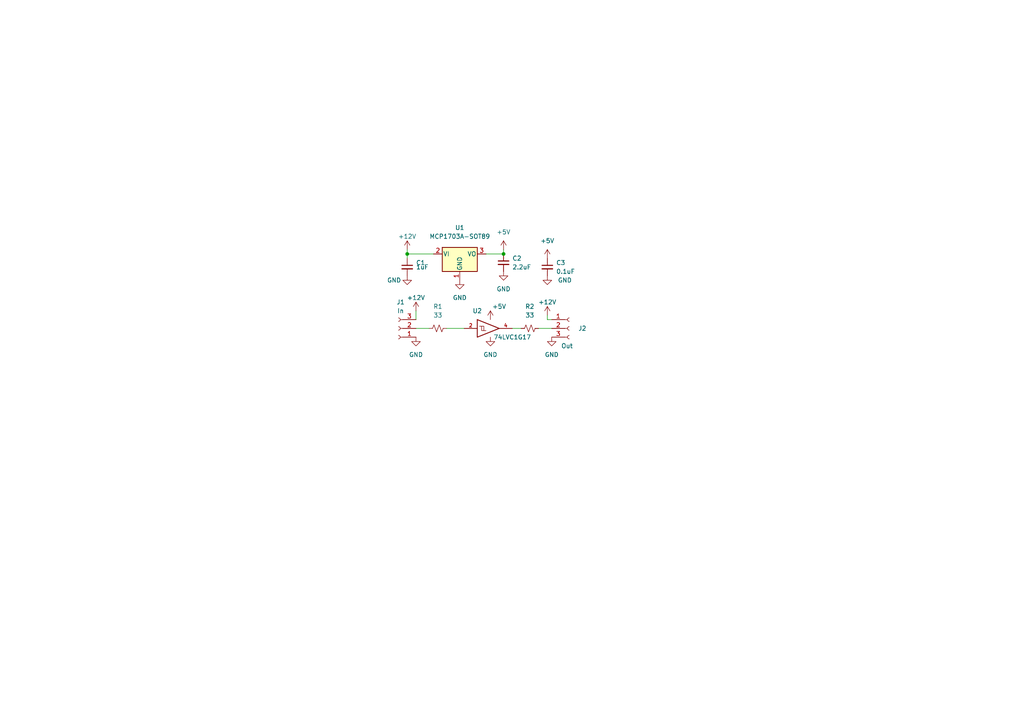
<source format=kicad_sch>
(kicad_sch (version 20211123) (generator eeschema)
  (paper "A4")
  (title_block (title "Pixel Boost") (date "2022-12-13") (rev "v1"))
  (lib_symbols
    (symbol "74xGxx:74LVC1G17" (pin_names (offset 1.016))
      (property "Reference" "U" (at -2.54 3.81 0))
      (property "Value" "74LVC1G17" (at 0 -3.81 0))
      (symbol "74LVC1G17_0_1"
        (polyline (pts (xy -2.54 0.635) (xy -1.905 0.635) (xy -1.905 -0.635)))
        (polyline (pts (xy -3.81 2.54) (xy -3.81 -2.54) (xy 2.54 0) (xy -3.81 2.54)) (stroke (width 0.254)))
        (polyline (pts (xy -3.175 0.635) (xy -2.54 0.635) (xy -2.54 -0.635) (xy -1.27 -0.635)))
      )
      (symbol "74LVC1G17_1_1"
        (pin input line (at -7.62 0 0) (length 3.81) (name "~") (number "2"))
        (pin power_in line (at 0 -2.54 270) (length 0) hide (name "GND") (number "3"))
        (pin output line (at 6.35 0 180) (length 3.81) (name "~") (number "4"))
        (pin power_in line (at 0 2.54 90) (length 0) hide (name "VCC") (number "5"))
      )
    )
    (symbol "Connector:Conn_01x03_Female" (pin_names (offset 1.016) hide)
      (property "Reference" "J" (at 0 5.08 0))
      (property "Value" "Conn_01x03_Female" (at 0 -5.08 0))
      (symbol "Conn_01x03_Female_1_1"
        (arc (start 0 -2.032) (mid -0.508 -2.54) (end 0 -3.048) (stroke (width 0.1524)))
        (polyline (pts (xy -1.27 -2.54) (xy -0.508 -2.54)) (stroke (width 0.1524)))
        (polyline (pts (xy -1.27 0) (xy -0.508 0)) (stroke (width 0.1524)))
        (polyline (pts (xy -1.27 2.54) (xy -0.508 2.54)) (stroke (width 0.1524)))
        (arc (start 0 0.508) (mid -0.508 0) (end 0 -0.508) (stroke (width 0.1524)))
        (arc (start 0 3.048) (mid -0.508 2.54) (end 0 2.032) (stroke (width 0.1524)))
        (pin passive line (at -5.08 2.54 0) (length 3.81) (name "Pin_1") (number "1"))
        (pin passive line (at -5.08 0 0) (length 3.81) (name "Pin_2") (number "2"))
        (pin passive line (at -5.08 -2.54 0) (length 3.81) (name "Pin_3") (number "3"))
      )
    )
    (symbol "Device:C_Small" (pin_numbers hide) (pin_names (offset 0.254) hide)
      (property "Reference" "C" (at 0.254 1.778 0))
      (property "Value" "C_Small" (at 0.254 -2.032 0))
      (symbol "C_Small_0_1"
        (polyline (pts (xy -1.524 -0.508) (xy 1.524 -0.508)) (stroke (width 0.3302)))
        (polyline (pts (xy -1.524 0.508) (xy 1.524 0.508)) (stroke (width 0.3048)))
      )
      (symbol "C_Small_1_1"
        (pin passive line (at 0 2.54 270) (length 2.032) (name "~") (number "1"))
        (pin passive line (at 0 -2.54 90) (length 2.032) (name "~") (number "2"))
      )
    )
    (symbol "Device:R_Small_US" (pin_numbers hide) (pin_names (offset 0.254) hide)
      (property "Reference" "R" (at 0.762 0.508 0))
      (property "Value" "R_Small_US" (at 0.762 -1.016 0))
      (symbol "R_Small_US_1_1"
        (polyline (pts (xy 0 0) (xy 1.016 -0.381) (xy 0 -0.762) (xy -1.016 -1.143) (xy 0 -1.524)))
        (polyline (pts (xy 0 1.524) (xy 1.016 1.143) (xy 0 0.762) (xy -1.016 0.381) (xy 0 0)))
        (pin passive line (at 0 2.54 270) (length 1.016) (name "~") (number "1"))
        (pin passive line (at 0 -2.54 90) (length 1.016) (name "~") (number "2"))
      )
    )
    (symbol "Regulator_Linear:MCP1703A-5002_SOT89" (pin_names (offset 0.254))
      (property "Reference" "U" (at -3.81 3.175 0))
      (property "Value" "MCP1703A-5002_SOT89" (at 0 3.175 0))
      (symbol "MCP1703A-5002_SOT89_0_1"
        (rectangle (start -5.08 -5.08) (end 5.08 1.905) (stroke (width 0.254)) (fill (type background)))
      )
      (symbol "MCP1703A-5002_SOT89_1_1"
        (pin power_in line (at 0 -7.62 90) (length 2.54) (name "GND") (number "1"))
        (pin power_in line (at -7.62 0 0) (length 2.54) (name "VI") (number "2"))
        (pin power_out line (at 7.62 0 180) (length 2.54) (name "VO") (number "3"))
      )
    )
    (symbol "power:+12V" (power) (pin_names (offset 0))
      (property "Value" "+12V" (at 0 3.556 0))
      (symbol "+12V_0_1"
        (polyline (pts (xy -0.762 1.27) (xy 0 2.54)))
        (polyline (pts (xy 0 0) (xy 0 2.54)))
        (polyline (pts (xy 0 2.54) (xy 0.762 1.27)))
      )
      (symbol "+12V_1_1"
        (pin power_in line (at 0 0 90) (length 0) hide (name "+12V") (number "1"))
      )
    )
    (symbol "power:+5V" (power) (pin_names (offset 0))
      (property "Value" "+5V" (at 0 3.556 0))
      (symbol "+5V_0_1"
        (polyline (pts (xy -0.762 1.27) (xy 0 2.54)))
        (polyline (pts (xy 0 0) (xy 0 2.54)))
        (polyline (pts (xy 0 2.54) (xy 0.762 1.27)))
      )
      (symbol "+5V_1_1"
        (pin power_in line (at 0 0 90) (length 0) hide (name "+5V") (number "1"))
      )
    )
    (symbol "power:GND" (power) (pin_names (offset 0))
      (property "Value" "GND" (at 0 -3.81 0))
      (symbol "GND_0_1"
        (polyline (pts (xy 0 0) (xy 0 -1.27) (xy 1.27 -1.27) (xy 0 -2.54) (xy -1.27 -1.27) (xy 0 -1.27)))
      )
      (symbol "GND_1_1"
        (pin power_in line (at 0 0 270) (length 0) hide (name "GND") (number "1"))
      )
    )
  )
  (junction (at 146.05 73.66))
  (junction (at 118.11 73.66))
  (wire (pts (xy 140.97 73.66) (xy 146.05 73.66)))
  (wire (pts (xy 148.59 95.25) (xy 151.13 95.25)))
  (wire (pts (xy 120.65 90.17) (xy 120.65 92.71)))
  (wire (pts (xy 146.05 72.39) (xy 146.05 73.66)))
  (wire (pts (xy 156.21 95.25) (xy 160.02 95.25)))
  (wire (pts (xy 118.11 72.39) (xy 118.11 73.66)))
  (wire (pts (xy 160.02 92.71) (xy 158.75 92.71)))
  (wire (pts (xy 120.65 95.25) (xy 124.46 95.25)))
  (wire (pts (xy 118.11 73.66) (xy 118.11 74.93)))
  (wire (pts (xy 118.11 73.66) (xy 125.73 73.66)))
  (wire (pts (xy 158.75 92.71) (xy 158.75 91.44)))
  (wire (pts (xy 129.54 95.25) (xy 134.62 95.25)))
  (symbol (lib_id "power:+5V") (at 142.24 92.71 0) (unit 1)
    (property "Reference" "#PWR06" (effects hide))
    (property "Value" "+5V" (at 144.78 88.9 0))
  )
  (symbol (lib_id "power:+12V") (at 158.75 91.44 0) (unit 1)
    (property "Reference" "#PWR0101" (effects hide))
    (property "Value" "+12V" (at 158.75 87.63 0))
  )
  (symbol (lib_id "power:GND") (at 158.75 80.01 0) (unit 1)
    (property "Reference" "#PWR011" (effects hide))
    (property "Value" "GND" (at 163.83 81.28 0))
  )
  (symbol (lib_id "power:GND") (at 120.65 97.79 0) (unit 1)
    (property "Reference" "#PWR04" (effects hide))
    (property "Value" "GND" (at 120.65 102.87 0))
  )
  (symbol (lib_id "Connector:Conn_01x03_Female") (at 115.57 95.25 180) (unit 1)
    (property "Reference" "J1" (at 116.205 87.63 0))
    (property "Value" "In" (at 116.205 90.17 0))
    (property "Footprint" "Connector_Phoenix_MC:PhoenixContact_MCV_1,5_3-G-3.81_1x03_P3.81mm_Vertical" (effects hide))
  )
  (symbol (lib_id "power:GND") (at 142.24 97.79 0) (unit 1)
    (property "Reference" "#PWR07" (effects hide))
    (property "Value" "GND" (at 142.24 102.87 0))
  )
  (symbol (lib_id "power:+5V") (at 146.05 72.39 0) (unit 1)
    (property "Reference" "#PWR08" (effects hide))
    (property "Value" "+5V" (at 146.05 67.31 0))
  )
  (symbol (lib_id "Device:R_Small_US") (at 127 95.25 90) (unit 1)
    (property "Reference" "R1" (at 127 88.9 90))
    (property "Value" "33" (at 127 91.44 90))
    (property "Footprint" "Resistor_SMD:R_0603_1608Metric" (effects hide))
    (property "LCSC" "C4184" (effects hide))
  )
  (symbol (lib_id "Regulator_Linear:MCP1703A-5002_SOT89") (at 133.35 73.66 0) (unit 1)
    (property "Reference" "U1" (at 133.35 66.04 0))
    (property "Value" "MCP1703A-SOT89" (at 133.35 68.58 0))
    (property "Footprint" "Package_TO_SOT_SMD:SOT-89-3" (effects hide))
    (property "Datasheet" "http://ww1.microchip.com/downloads/en/DeviceDoc/20005122B.pdf" (effects hide))
    (property "LCSC" "C16106" (effects hide))
  )
  (symbol (lib_id "power:+12V") (at 118.11 72.39 0) (unit 1)
    (property "Reference" "#PWR0102" (effects hide))
    (property "Value" "+12V" (at 118.11 68.58 0))
  )
  (symbol (lib_id "power:GND") (at 146.05 78.74 0) (unit 1)
    (property "Reference" "#PWR09" (effects hide))
    (property "Value" "GND" (at 146.05 83.82 0))
  )
  (symbol (lib_id "74xGxx:74LVC1G17") (at 142.24 95.25 0) (unit 1)
    (property "Reference" "U2" (at 138.43 90.17 0))
    (property "Value" "74LVC1G17" (at 148.59 97.79 0))
    (property "Footprint" "Package_TO_SOT_SMD:SOT-23-5" (effects hide))
    (property "Datasheet" "http://www.ti.com/lit/sg/scyt129e/scyt129e.pdf" (effects hide))
    (property "LCSC" "C840096" (effects hide))
  )
  (symbol (lib_id "Device:C_Small") (at 146.05 76.2 0) (unit 1)
    (property "Reference" "C2" (at 148.59 74.9362 0) (effects (justify left)))
    (property "Value" "2.2uF" (at 148.59 77.4762 0) (effects (justify left)))
    (property "Footprint" "Resistor_SMD:R_0603_1608Metric" (effects hide))
    (property "LCSC" "C23630" (effects hide))
  )
  (symbol (lib_id "Device:R_Small_US") (at 153.67 95.25 90) (unit 1)
    (property "Reference" "R2" (at 153.67 88.9 90))
    (property "Value" "33" (at 153.67 91.44 90))
    (property "Footprint" "Resistor_SMD:R_0603_1608Metric" (effects hide))
    (property "LCSC" "C4184" (effects hide))
  )
  (symbol (lib_id "power:+12V") (at 120.65 90.17 0) (unit 1)
    (property "Reference" "#PWR0103" (effects hide))
    (property "Value" "+12V" (at 120.65 86.36 0))
  )
  (symbol (lib_id "power:+5V") (at 158.75 74.93 0) (unit 1)
    (property "Reference" "#PWR010" (effects hide))
    (property "Value" "+5V" (at 158.75 69.85 0))
  )
  (symbol (lib_id "Device:C_Small") (at 118.11 77.47 0) (unit 1)
    (property "Reference" "C1" (at 120.65 76.2062 0) (effects (justify left)))
    (property "Value" "1uF" (at 120.65 77.47 0) (effects (justify left)))
    (property "Footprint" "Resistor_SMD:R_0603_1608Metric" (effects hide))
    (property "LCSC" "C15849" (effects hide))
  )
  (symbol (lib_id "power:GND") (at 133.35 81.28 0) (unit 1)
    (property "Reference" "#PWR05" (effects hide))
    (property "Value" "GND" (at 133.35 86.36 0))
  )
  (symbol (lib_id "power:GND") (at 160.02 97.79 0) (unit 1)
    (property "Reference" "#PWR013" (effects hide))
    (property "Value" "GND" (at 160.02 102.87 0))
  )
  (symbol (lib_id "Device:C_Small") (at 158.75 77.47 0) (unit 1)
    (property "Reference" "C3" (at 161.29 76.2062 0) (effects (justify left)))
    (property "Value" "0.1uF" (at 161.29 78.7462 0) (effects (justify left)))
    (property "Footprint" "Resistor_SMD:R_0603_1608Metric" (effects hide))
    (property "LCSC" "C14663" (effects hide))
  )
  (symbol (lib_id "power:GND") (at 118.11 80.01 0) (unit 1)
    (property "Reference" "#PWR02" (effects hide))
    (property "Value" "GND" (at 114.3 81.28 0))
  )
  (symbol (lib_id "Connector:Conn_01x03_Female") (at 165.1 95.25 0) (unit 1)
    (property "Reference" "J2" (at 168.91 95.25 0))
    (property "Value" "Out" (at 164.465 100.33 0))
    (property "Footprint" "Connector_Phoenix_MC:PhoenixContact_MCV_1,5_3-G-3.81_1x03_P3.81mm_Vertical" (effects hide))
  )
)
</source>
